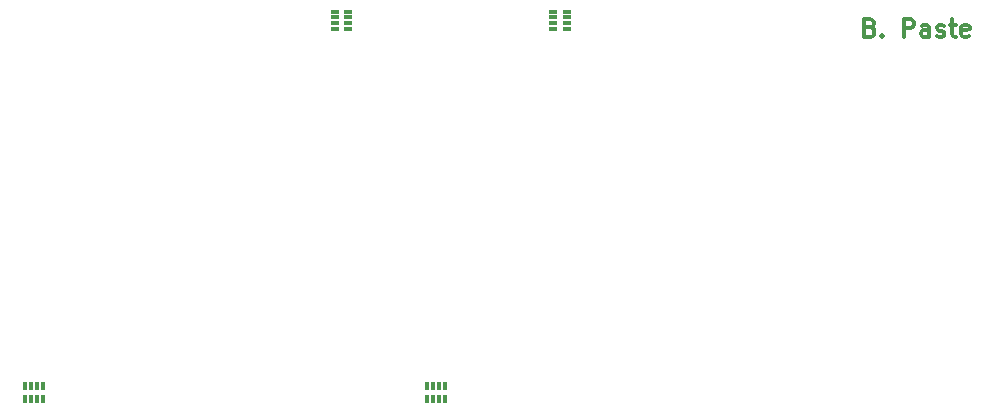
<source format=gbp>
G04 (created by PCBNEW (2013-mar-13)-testing) date Thu 26 Sep 2013 17:04:14 BST*
%MOIN*%
G04 Gerber Fmt 3.4, Leading zero omitted, Abs format*
%FSLAX34Y34*%
G01*
G70*
G90*
G04 APERTURE LIST*
%ADD10C,0.005906*%
%ADD11C,0.011811*%
%ADD12R,0.011800X0.025600*%
%ADD13R,0.025600X0.011800*%
G04 APERTURE END LIST*
G54D10*
G54D11*
X45579Y-9485D02*
X45663Y-9513D01*
X45691Y-9541D01*
X45719Y-9597D01*
X45719Y-9682D01*
X45691Y-9738D01*
X45663Y-9766D01*
X45607Y-9794D01*
X45382Y-9794D01*
X45382Y-9204D01*
X45579Y-9204D01*
X45635Y-9232D01*
X45663Y-9260D01*
X45691Y-9316D01*
X45691Y-9372D01*
X45663Y-9429D01*
X45635Y-9457D01*
X45579Y-9485D01*
X45382Y-9485D01*
X45973Y-9738D02*
X46001Y-9766D01*
X45973Y-9794D01*
X45944Y-9766D01*
X45973Y-9738D01*
X45973Y-9794D01*
X46704Y-9794D02*
X46704Y-9204D01*
X46929Y-9204D01*
X46985Y-9232D01*
X47013Y-9260D01*
X47041Y-9316D01*
X47041Y-9401D01*
X47013Y-9457D01*
X46985Y-9485D01*
X46929Y-9513D01*
X46704Y-9513D01*
X47547Y-9794D02*
X47547Y-9485D01*
X47519Y-9429D01*
X47463Y-9401D01*
X47350Y-9401D01*
X47294Y-9429D01*
X47547Y-9766D02*
X47491Y-9794D01*
X47350Y-9794D01*
X47294Y-9766D01*
X47266Y-9710D01*
X47266Y-9654D01*
X47294Y-9597D01*
X47350Y-9569D01*
X47491Y-9569D01*
X47547Y-9541D01*
X47800Y-9766D02*
X47857Y-9794D01*
X47969Y-9794D01*
X48025Y-9766D01*
X48053Y-9710D01*
X48053Y-9682D01*
X48025Y-9625D01*
X47969Y-9597D01*
X47885Y-9597D01*
X47829Y-9569D01*
X47800Y-9513D01*
X47800Y-9485D01*
X47829Y-9429D01*
X47885Y-9401D01*
X47969Y-9401D01*
X48025Y-9429D01*
X48222Y-9401D02*
X48447Y-9401D01*
X48307Y-9204D02*
X48307Y-9710D01*
X48335Y-9766D01*
X48391Y-9794D01*
X48447Y-9794D01*
X48869Y-9766D02*
X48813Y-9794D01*
X48700Y-9794D01*
X48644Y-9766D01*
X48616Y-9710D01*
X48616Y-9485D01*
X48644Y-9429D01*
X48700Y-9401D01*
X48813Y-9401D01*
X48869Y-9429D01*
X48897Y-9485D01*
X48897Y-9541D01*
X48616Y-9597D01*
G54D12*
X18011Y-21881D03*
X17814Y-21881D03*
X17617Y-21881D03*
X17420Y-21881D03*
X17420Y-21428D03*
X17617Y-21428D03*
X17814Y-21428D03*
X18011Y-21428D03*
X31397Y-21881D03*
X31200Y-21881D03*
X31003Y-21881D03*
X30806Y-21881D03*
X30806Y-21428D03*
X31003Y-21428D03*
X31200Y-21428D03*
X31397Y-21428D03*
G54D13*
X35008Y-9546D03*
X35008Y-9349D03*
X35008Y-9152D03*
X35008Y-8955D03*
X35461Y-8955D03*
X35461Y-9152D03*
X35461Y-9349D03*
X35461Y-9546D03*
X28180Y-8956D03*
X28180Y-9153D03*
X28180Y-9350D03*
X28180Y-9547D03*
X27727Y-9547D03*
X27727Y-9350D03*
X27727Y-9153D03*
X27727Y-8956D03*
M02*

</source>
